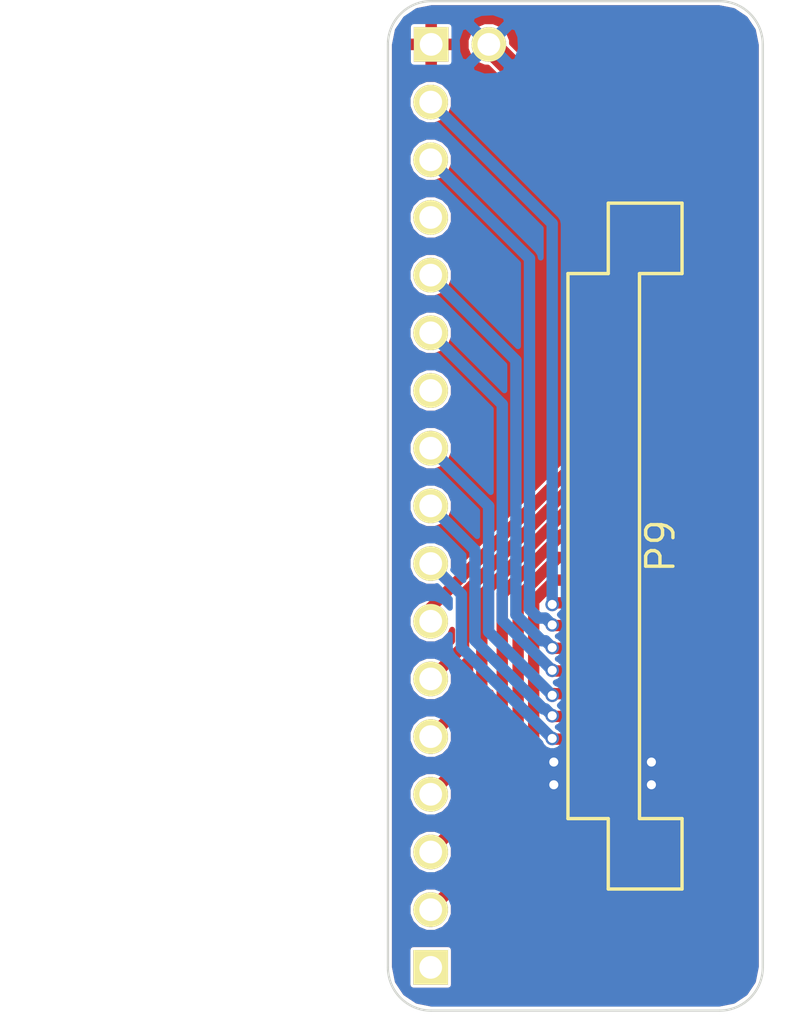
<source format=kicad_pcb>
(kicad_pcb (version 4) (host pcbnew 0.201601111606+6444~40~ubuntu15.04.1-stable)

  (general
    (links 192)
    (no_connects 25)
    (area 105.819999 57.949999 157.550001 102.550001)
    (thickness 1.6)
    (drawings 9)
    (tracks 107)
    (zones 0)
    (modules 3)
    (nets 23)
  )

  (page A4)
  (layers
    (0 F.Cu signal)
    (1 Gnd.Cu power)
    (2 Pow.Cu power)
    (31 B.Cu signal)
    (32 B.Adhes user)
    (33 F.Adhes user)
    (34 B.Paste user)
    (35 F.Paste user)
    (36 B.SilkS user)
    (37 F.SilkS user)
    (38 B.Mask user)
    (39 F.Mask user)
    (40 Dwgs.User user)
    (41 Cmts.User user)
    (42 Eco1.User user)
    (43 Eco2.User user)
    (44 Edge.Cuts user)
    (45 Margin user)
    (46 B.CrtYd user)
    (47 F.CrtYd user)
    (48 B.Fab user hide)
    (49 F.Fab user hide)
  )

  (setup
    (last_trace_width 0.5)
    (user_trace_width 0.127)
    (user_trace_width 0.15)
    (user_trace_width 0.2)
    (user_trace_width 0.25)
    (user_trace_width 0.3)
    (user_trace_width 0.35)
    (user_trace_width 0.5)
    (user_trace_width 1)
    (trace_clearance 0.1)
    (zone_clearance 0.127)
    (zone_45_only no)
    (trace_min 0.127)
    (segment_width 0.15)
    (edge_width 0.1)
    (via_size 0.6)
    (via_drill 0.4)
    (via_min_size 0.4572)
    (via_min_drill 0.254)
    (user_via 0.4572 0.254)
    (uvia_size 0.3)
    (uvia_drill 0.1)
    (uvias_allowed no)
    (uvia_min_size 0)
    (uvia_min_drill 0)
    (pcb_text_width 0.3)
    (pcb_text_size 1.5 1.5)
    (mod_edge_width 0.15)
    (mod_text_size 1 1)
    (mod_text_width 0.15)
    (pad_size 1.5 1.5)
    (pad_drill 0.6)
    (pad_to_mask_clearance 0.05)
    (aux_axis_origin 0 0)
    (grid_origin 142.17 59.74)
    (visible_elements 7FFFFFFF)
    (pcbplotparams
      (layerselection 0x030f0_80000007)
      (usegerberextensions true)
      (usegerberattributes true)
      (excludeedgelayer true)
      (linewidth 0.100000)
      (plotframeref false)
      (viasonmask false)
      (mode 1)
      (useauxorigin false)
      (hpglpennumber 1)
      (hpglpenspeed 20)
      (hpglpendiameter 15)
      (hpglpenoverlay 2)
      (psnegative false)
      (psa4output false)
      (plotreference true)
      (plotvalue true)
      (plotinvisibletext false)
      (padsonsilk false)
      (subtractmaskfromsilk true)
      (outputformat 1)
      (mirror false)
      (drillshape 0)
      (scaleselection 1)
      (outputdirectory gerbers/gerber-v0.4/))
  )

  (net 0 "")
  (net 1 GND)
  (net 2 VDD)
  (net 3 /D1)
  (net 4 /D16)
  (net 5 /D15)
  (net 6 /D14)
  (net 7 /D13)
  (net 8 /D12)
  (net 9 /D11)
  (net 10 /D10)
  (net 11 /D9)
  (net 12 /D8)
  (net 13 /D7)
  (net 14 /D6)
  (net 15 /D5)
  (net 16 /D4)
  (net 17 /D3)
  (net 18 /D2)
  (net 19 "Net-(P9-Pad21)")
  (net 20 "Net-(P9-Pad22)")
  (net 21 "Net-(P9-Pad23)")
  (net 22 "Net-(P9-Pad24)")

  (net_class Default "This is the default net class."
    (clearance 0.1)
    (trace_width 0.25)
    (via_dia 0.6)
    (via_drill 0.4)
    (uvia_dia 0.3)
    (uvia_drill 0.1)
    (add_net /A1)
    (add_net /A10)
    (add_net /A11)
    (add_net /A12)
    (add_net /A13)
    (add_net /A14)
    (add_net /A15)
    (add_net /A16)
    (add_net /A2)
    (add_net /A3)
    (add_net /A4)
    (add_net /A5)
    (add_net /A6)
    (add_net /A7)
    (add_net /A8)
    (add_net /A9)
    (add_net /BOOT0)
    (add_net /D1)
    (add_net /D10)
    (add_net /D11)
    (add_net /D12)
    (add_net /D13)
    (add_net /D14)
    (add_net /D15)
    (add_net /D16)
    (add_net /D2)
    (add_net /D3)
    (add_net /D4)
    (add_net /D5)
    (add_net /D6)
    (add_net /D7)
    (add_net /D8)
    (add_net /D9)
    (add_net /FB)
    (add_net /JTCK/SWCLK)
    (add_net /JTDI)
    (add_net /JTDO/SWO)
    (add_net /JTMS/SWDIO)
    (add_net /OSC_IN)
    (add_net /OSC_OUT)
    (add_net /OTG_5V)
    (add_net /OTG_FS_D+)
    (add_net /OTG_FS_D-)
    (add_net /OTG_FS_ID)
    (add_net /RTC)
    (add_net /RTC_OSC_IN)
    (add_net /RTC_OSC_OUT)
    (add_net /SDMMC_CK)
    (add_net /SDMMC_CMD)
    (add_net /SDMMC_D0)
    (add_net /SDMMC_D1)
    (add_net /SDMMC_D2)
    (add_net /SDMMC_D3)
    (add_net /SW)
    (add_net /VBAT)
    (add_net /VDDA)
    (add_net /VDDSD)
    (add_net /~RST)
    (add_net GND)
    (add_net "Net-(C14-Pad2)")
    (add_net "Net-(D1-Pad1)")
    (add_net "Net-(D3-Pad1)")
    (add_net "Net-(L4-Pad2)")
    (add_net "Net-(P6-Pad7)")
    (add_net "Net-(P9-Pad21)")
    (add_net "Net-(P9-Pad22)")
    (add_net "Net-(P9-Pad23)")
    (add_net "Net-(P9-Pad24)")
    (add_net "Net-(R4-Pad1)")
    (add_net "Net-(R6-Pad1)")
    (add_net "Net-(SW1-Pad2)")
    (add_net "Net-(SW2-Pad5)")
    (add_net "Net-(U2-Pad6)")
    (add_net "Net-(U3-Pad4)")
    (add_net VDD)
  )

  (module engstad:pin-strip-16 (layer F.Cu) (tedit 564F0206) (tstamp 5694E675)
    (at 142.149581 81.33 90)
    (descr "Pin strip 16pin")
    (tags "CONN DEV")
    (path /5682CE6F)
    (fp_text reference P10 (at 0 -2.159 90) (layer F.SilkS) hide
      (effects (font (size 1.016 1.016) (thickness 0.2032)))
    )
    (fp_text value Digital (at 0.254 -3.556 90) (layer F.SilkS) hide
      (effects (font (size 1.016 0.889) (thickness 0.2032)))
    )
    (pad 1 thru_hole rect (at -19.05 0 90) (size 1.524 1.524) (drill 1.00076) (layers *.Cu *.Mask F.SilkS)
      (net 3 /D1))
    (pad 2 thru_hole circle (at -16.51 0 90) (size 1.524 1.524) (drill 1.00076) (layers *.Cu *.Mask F.SilkS)
      (net 18 /D2))
    (pad 3 thru_hole circle (at -13.97 0 90) (size 1.524 1.524) (drill 1.00076) (layers *.Cu *.Mask F.SilkS)
      (net 17 /D3))
    (pad 4 thru_hole circle (at -11.43 0 90) (size 1.524 1.524) (drill 1.00076) (layers *.Cu *.Mask F.SilkS)
      (net 16 /D4))
    (pad 5 thru_hole circle (at -8.89 0 90) (size 1.524 1.524) (drill 1.00076) (layers *.Cu *.Mask F.SilkS)
      (net 15 /D5))
    (pad 6 thru_hole circle (at -6.35 0 90) (size 1.524 1.524) (drill 1.00076) (layers *.Cu *.Mask F.SilkS)
      (net 14 /D6))
    (pad 7 thru_hole circle (at -3.81 0 90) (size 1.524 1.524) (drill 1.00076) (layers *.Cu *.Mask F.SilkS)
      (net 13 /D7))
    (pad 8 thru_hole circle (at -1.27 0 90) (size 1.524 1.524) (drill 1.00076) (layers *.Cu *.Mask F.SilkS)
      (net 12 /D8))
    (pad 9 thru_hole circle (at 1.27 0 90) (size 1.524 1.524) (drill 1.00076) (layers *.Cu *.Mask F.SilkS)
      (net 11 /D9))
    (pad 10 thru_hole circle (at 3.81 0 90) (size 1.524 1.524) (drill 1.00076) (layers *.Cu *.Mask F.SilkS)
      (net 10 /D10))
    (pad 11 thru_hole circle (at 6.35 0 90) (size 1.524 1.524) (drill 1.00076) (layers *.Cu *.Mask F.SilkS)
      (net 9 /D11))
    (pad 12 thru_hole circle (at 8.89 0 90) (size 1.524 1.524) (drill 1.00076) (layers *.Cu *.Mask F.SilkS)
      (net 8 /D12))
    (pad 13 thru_hole circle (at 11.43 0 90) (size 1.524 1.524) (drill 1.00076) (layers *.Cu *.Mask F.SilkS)
      (net 7 /D13))
    (pad 14 thru_hole circle (at 13.97 0 90) (size 1.524 1.524) (drill 1.00076) (layers *.Cu *.Mask F.SilkS)
      (net 6 /D14))
    (pad 15 thru_hole circle (at 16.51 0 90) (size 1.524 1.524) (drill 1.00076) (layers *.Cu *.Mask F.SilkS)
      (net 5 /D15))
    (pad 16 thru_hole circle (at 19.05 0 90) (size 1.524 1.524) (drill 1.00076) (layers *.Cu *.Mask F.SilkS)
      (net 4 /D16))
    (model ${KIWALTER3DMOD}/walter/pin_strip/pin_strip_16.wrl
      (at (xyz 0 0 0))
      (scale (xyz 1 1 1))
      (rotate (xyz 0 0 0))
    )
  )

  (module engstad:fpc-24-1.0mm (layer F.Cu) (tedit 0) (tstamp 5694F01F)
    (at 149.769581 81.83 90)
    (path /5682957A)
    (fp_text reference P9 (at 0 2.5 90) (layer F.SilkS)
      (effects (font (size 1.2 1.2) (thickness 0.15)))
    )
    (fp_text value CONN_01X24 (at 0 3.85 90) (layer F.Fab)
      (effects (font (size 1.2 1.2) (thickness 0.15)))
    )
    (fp_line (start -12 -1.575) (end 12 -1.575) (layer F.SilkS) (width 0.15))
    (fp_line (start -12 1.575) (end 12 1.575) (layer F.SilkS) (width 0.15))
    (fp_line (start -12 1.575) (end -12 3.45) (layer F.SilkS) (width 0.15))
    (fp_line (start 12 1.575) (end 12 3.45) (layer F.SilkS) (width 0.15))
    (fp_line (start -12 3.45) (end -15.1 3.45) (layer F.SilkS) (width 0.15))
    (fp_line (start 12 3.45) (end 15.1 3.45) (layer F.SilkS) (width 0.15))
    (fp_line (start -15.1 3.45) (end -15.1 0.2) (layer F.SilkS) (width 0.15))
    (fp_line (start 15.1 3.45) (end 15.1 0.2) (layer F.SilkS) (width 0.15))
    (fp_line (start -15.1 0.2) (end -12 0.2) (layer F.SilkS) (width 0.15))
    (fp_line (start 15.1 0.2) (end 12 0.2) (layer F.SilkS) (width 0.15))
    (fp_line (start -12 0.2) (end -12 -1.575) (layer F.SilkS) (width 0.15))
    (fp_line (start 12 0.2) (end 12 -1.575) (layer F.SilkS) (width 0.15))
    (pad 1 smd rect (at -11.5 0 90) (size 0.7 2.7) (layers F.Cu F.Paste F.Mask)
      (net 1 GND))
    (pad 2 smd rect (at -10.5 0 90) (size 0.7 2.7) (layers F.Cu F.Paste F.Mask)
      (net 2 VDD))
    (pad 3 smd rect (at -9.5 0 90) (size 0.7 2.7) (layers F.Cu F.Paste F.Mask)
      (net 2 VDD))
    (pad 4 smd rect (at -8.5 0 90) (size 0.7 2.7) (layers F.Cu F.Paste F.Mask)
      (net 12 /D8))
    (pad 5 smd rect (at -7.5 0 90) (size 0.7 2.7) (layers F.Cu F.Paste F.Mask)
      (net 11 /D9))
    (pad 6 smd rect (at -6.5 0 90) (size 0.7 2.7) (layers F.Cu F.Paste F.Mask)
      (net 10 /D10))
    (pad 7 smd rect (at -5.5 0 90) (size 0.7 2.7) (layers F.Cu F.Paste F.Mask)
      (net 8 /D12))
    (pad 8 smd rect (at -4.5 0 90) (size 0.7 2.7) (layers F.Cu F.Paste F.Mask)
      (net 7 /D13))
    (pad 9 smd rect (at -3.5 0 90) (size 0.7 2.7) (layers F.Cu F.Paste F.Mask)
      (net 5 /D15))
    (pad 10 smd rect (at -2.5 0 90) (size 0.7 2.7) (layers F.Cu F.Paste F.Mask)
      (net 4 /D16))
    (pad 11 smd rect (at -1.5 0 90) (size 0.7 2.7) (layers F.Cu F.Paste F.Mask)
      (net 18 /D2))
    (pad 12 smd rect (at -0.5 0 90) (size 0.7 2.7) (layers F.Cu F.Paste F.Mask)
      (net 17 /D3))
    (pad 13 smd rect (at 0.5 0 90) (size 0.7 2.7) (layers F.Cu F.Paste F.Mask)
      (net 16 /D4))
    (pad 14 smd rect (at 1.5 0 90) (size 0.7 2.7) (layers F.Cu F.Paste F.Mask)
      (net 15 /D5))
    (pad 15 smd rect (at 2.5 0 90) (size 0.7 2.7) (layers F.Cu F.Paste F.Mask)
      (net 14 /D6))
    (pad 16 smd rect (at 3.5 0 90) (size 0.7 2.7) (layers F.Cu F.Paste F.Mask)
      (net 13 /D7))
    (pad 17 smd rect (at 4.5 0 90) (size 0.7 2.7) (layers F.Cu F.Paste F.Mask)
      (net 2 VDD))
    (pad 18 smd rect (at 5.5 0 90) (size 0.7 2.7) (layers F.Cu F.Paste F.Mask)
      (net 1 GND))
    (pad 19 smd rect (at 6.5 0 90) (size 0.7 2.7) (layers F.Cu F.Paste F.Mask)
      (net 1 GND))
    (pad 20 smd rect (at 7.5 0 90) (size 0.7 2.7) (layers F.Cu F.Paste F.Mask)
      (net 1 GND))
    (pad 21 smd rect (at 8.5 0 90) (size 0.7 2.7) (layers F.Cu F.Paste F.Mask)
      (net 19 "Net-(P9-Pad21)"))
    (pad 22 smd rect (at 9.5 0 90) (size 0.7 2.7) (layers F.Cu F.Paste F.Mask)
      (net 20 "Net-(P9-Pad22)"))
    (pad 23 smd rect (at 10.5 0 90) (size 0.7 2.7) (layers F.Cu F.Paste F.Mask)
      (net 21 "Net-(P9-Pad23)"))
    (pad 24 smd rect (at 11.5 0 90) (size 0.7 2.7) (layers F.Cu F.Paste F.Mask)
      (net 22 "Net-(P9-Pad24)"))
    (pad 0 smd rect (at -13.6 1.9 90) (size 2.1 2.8) (layers F.Cu F.Paste F.Mask))
    (pad 0 smd rect (at 13.6 1.9 90) (size 2.1 2.8) (layers F.Cu F.Paste F.Mask))
  )

  (module engstad:pin-socket-2 (layer F.Cu) (tedit 564EFFAD) (tstamp 5694F183)
    (at 143.44 59.74)
    (descr "Pin socket 2pin")
    (tags "CONN DEV")
    (path /5694F571)
    (fp_text reference P11 (at 0 -2.159) (layer F.SilkS) hide
      (effects (font (size 1.016 1.016) (thickness 0.2032)))
    )
    (fp_text value BATT (at 0.254 -3.556) (layer F.SilkS) hide
      (effects (font (size 1.016 0.889) (thickness 0.2032)))
    )
    (pad 1 thru_hole rect (at -1.27 0) (size 1.524 1.524) (drill 1.00076) (layers *.Cu *.Mask F.SilkS)
      (net 1 GND))
    (pad 2 thru_hole circle (at 1.27 0) (size 1.524 1.524) (drill 1.00076) (layers *.Cu *.Mask F.SilkS)
      (net 2 VDD))
    (model ${KIWALTER3DMOD}/walter/pin_strip/pin_socket_2.wrl
      (at (xyz 0 0 0))
      (scale (xyz 1 1 1))
      (rotate (xyz 0 0 0))
    )
  )

  (gr_arc (start 142.17 100.38) (end 142.17 102.285) (angle 90) (layer Edge.Cuts) (width 0.1))
  (gr_arc (start 154.87 100.38) (end 156.775 100.38) (angle 90) (layer Edge.Cuts) (width 0.1))
  (gr_arc (start 154.87 59.74) (end 154.87 57.835) (angle 90) (layer Edge.Cuts) (width 0.1))
  (gr_arc (start 142.17 59.74) (end 140.265 59.74) (angle 90) (layer Edge.Cuts) (width 0.1))
  (gr_line (start 140.265 100.38) (end 140.265 59.74) (layer Edge.Cuts) (width 0.1))
  (gr_line (start 154.87 102.285) (end 142.17 102.285) (layer Edge.Cuts) (width 0.1))
  (gr_line (start 156.775 59.74) (end 156.775 100.38) (layer Edge.Cuts) (width 0.1))
  (gr_line (start 142.17 57.835) (end 154.87 57.835) (layer Edge.Cuts) (width 0.1))
  (dimension 43.18 (width 0.3) (layer Eco1.User)
    (gr_text "43.180 mm" (at 132.166165 80.06 90) (layer Eco1.User)
      (effects (font (size 1.5 1.5) (thickness 0.3)))
    )
    (feature1 (pts (xy 127.46 58.47) (xy 133.516165 58.47)))
    (feature2 (pts (xy 127.46 101.65) (xy 133.516165 101.65)))
    (crossbar (pts (xy 130.816165 101.65) (xy 130.816165 58.47)))
    (arrow1a (pts (xy 130.816165 58.47) (xy 131.402586 59.596504)))
    (arrow1b (pts (xy 130.816165 58.47) (xy 130.229744 59.596504)))
    (arrow2a (pts (xy 130.816165 101.65) (xy 131.402586 100.523496)))
    (arrow2b (pts (xy 130.816165 101.65) (xy 130.229744 100.523496)))
  )

  (segment (start 140 105) (end 140 60) (width 0.25) (layer Dwgs.User) (net 0))
  (segment (start 155 105) (end 140 105) (width 0.25) (layer Dwgs.User) (net 0))
  (segment (start 155 60) (end 155 105) (width 0.25) (layer Dwgs.User) (net 0))
  (segment (start 140 60) (end 155 60) (width 0.25) (layer Dwgs.User) (net 0))
  (segment (start 149.769581 92.33) (end 147.58 92.33) (width 0.5) (layer F.Cu) (net 2))
  (segment (start 147.58 92.33) (end 147.57 92.34) (width 0.5) (layer F.Cu) (net 2))
  (via (at 147.57 92.34) (size 0.6) (drill 0.4) (layers F.Cu B.Cu) (net 2))
  (segment (start 149.769581 91.33) (end 147.58 91.33) (width 0.5) (layer F.Cu) (net 2))
  (segment (start 147.58 91.33) (end 147.57 91.34) (width 0.5) (layer F.Cu) (net 2))
  (via (at 147.57 91.34) (size 0.6) (drill 0.4) (layers F.Cu B.Cu) (net 2))
  (segment (start 151.859988 92.33) (end 151.869988 92.34) (width 0.5) (layer F.Cu) (net 2))
  (segment (start 149.769581 92.33) (end 151.859988 92.33) (width 0.5) (layer F.Cu) (net 2))
  (via (at 151.869988 92.34) (size 0.6) (drill 0.4) (layers F.Cu B.Cu) (net 2))
  (segment (start 151.860002 91.33) (end 151.870002 91.34) (width 0.5) (layer F.Cu) (net 2))
  (segment (start 149.769581 91.33) (end 151.860002 91.33) (width 0.5) (layer F.Cu) (net 2))
  (via (at 151.870002 91.34) (size 0.6) (drill 0.4) (layers F.Cu B.Cu) (net 2))
  (segment (start 151.619581 77.33) (end 151.619581 77.260002) (width 1) (layer F.Cu) (net 2))
  (segment (start 151.619581 77.260002) (end 152.9 75.979583) (width 1) (layer F.Cu) (net 2))
  (segment (start 152.9 75.979583) (end 152.9 71.3) (width 1) (layer F.Cu) (net 2))
  (segment (start 152.9 71.3) (end 154.94 69.26) (width 1) (layer F.Cu) (net 2))
  (segment (start 154.94 69.26) (end 154.94 66.04) (width 1) (layer F.Cu) (net 2))
  (segment (start 154.94 66.04) (end 153.2 64.3) (width 1) (layer F.Cu) (net 2))
  (segment (start 153.2 64.3) (end 149.27 64.3) (width 1) (layer F.Cu) (net 2))
  (segment (start 149.27 64.3) (end 144.71 59.74) (width 1) (layer F.Cu) (net 2))
  (segment (start 150.769581 92.33) (end 149.769581 92.33) (width 0.5) (layer F.Cu) (net 2))
  (segment (start 149.769581 92.33) (end 150.875 92.33) (width 0.5) (layer F.Cu) (net 2))
  (segment (start 149.769581 77.33) (end 151.619581 77.33) (width 0.5) (layer F.Cu) (net 2))
  (segment (start 147.5 84.4) (end 147.5 67.630419) (width 0.5) (layer B.Cu) (net 4))
  (segment (start 147.5 67.630419) (end 142.149581 62.28) (width 0.5) (layer B.Cu) (net 4))
  (segment (start 149.769581 84.33) (end 147.57 84.33) (width 0.5) (layer F.Cu) (net 4))
  (segment (start 147.57 84.33) (end 147.5 84.4) (width 0.5) (layer F.Cu) (net 4))
  (via (at 147.5 84.4) (size 0.6) (drill 0.4) (layers F.Cu B.Cu) (net 4))
  (segment (start 147.5 85.3) (end 147.200001 85.000001) (width 0.5) (layer B.Cu) (net 5))
  (segment (start 147.200001 85.000001) (end 146.897087 85.000001) (width 0.5) (layer B.Cu) (net 5))
  (segment (start 146.897087 85.000001) (end 146.500055 84.602969) (width 0.5) (layer B.Cu) (net 5))
  (segment (start 146.500055 84.602969) (end 146.500055 69.170474) (width 0.5) (layer B.Cu) (net 5))
  (segment (start 146.500055 69.170474) (end 142.91158 65.581999) (width 0.5) (layer B.Cu) (net 5))
  (segment (start 142.91158 65.581999) (end 142.149581 64.82) (width 0.5) (layer B.Cu) (net 5))
  (segment (start 149.769581 85.33) (end 147.53 85.33) (width 0.5) (layer F.Cu) (net 5))
  (segment (start 147.53 85.33) (end 147.5 85.3) (width 0.5) (layer F.Cu) (net 5))
  (via (at 147.5 85.3) (size 0.6) (drill 0.4) (layers F.Cu B.Cu) (net 5))
  (segment (start 147.5 86.3) (end 147.200001 86.000001) (width 0.5) (layer B.Cu) (net 7))
  (segment (start 145.900044 73.650463) (end 142.91158 70.661999) (width 0.5) (layer B.Cu) (net 7))
  (segment (start 147.200001 86.000001) (end 147.048543 86.000001) (width 0.5) (layer B.Cu) (net 7))
  (segment (start 147.048543 86.000001) (end 145.900044 84.851502) (width 0.5) (layer B.Cu) (net 7))
  (segment (start 145.900044 84.851502) (end 145.900044 73.650463) (width 0.5) (layer B.Cu) (net 7))
  (segment (start 142.91158 70.661999) (end 142.149581 69.9) (width 0.5) (layer B.Cu) (net 7))
  (segment (start 149.769581 86.33) (end 147.53 86.33) (width 0.5) (layer F.Cu) (net 7))
  (segment (start 147.53 86.33) (end 147.5 86.3) (width 0.5) (layer F.Cu) (net 7))
  (via (at 147.5 86.3) (size 0.6) (drill 0.4) (layers F.Cu B.Cu) (net 7))
  (segment (start 147.5 87.3) (end 145.300033 85.100033) (width 0.5) (layer B.Cu) (net 8))
  (segment (start 145.300033 85.100033) (end 145.300033 75.590452) (width 0.5) (layer B.Cu) (net 8))
  (segment (start 145.300033 75.590452) (end 142.91158 73.201999) (width 0.5) (layer B.Cu) (net 8))
  (segment (start 142.91158 73.201999) (end 142.149581 72.44) (width 0.5) (layer B.Cu) (net 8))
  (segment (start 149.769581 87.33) (end 147.53 87.33) (width 0.5) (layer F.Cu) (net 8))
  (segment (start 147.53 87.33) (end 147.5 87.3) (width 0.5) (layer F.Cu) (net 8))
  (via (at 147.5 87.3) (size 0.6) (drill 0.4) (layers F.Cu B.Cu) (net 8))
  (segment (start 147.5 88.4) (end 144.700022 85.600022) (width 0.5) (layer B.Cu) (net 10))
  (segment (start 144.700022 80.070441) (end 142.91158 78.281999) (width 0.5) (layer B.Cu) (net 10))
  (segment (start 144.700022 85.600022) (end 144.700022 80.070441) (width 0.5) (layer B.Cu) (net 10))
  (segment (start 142.91158 78.281999) (end 142.149581 77.52) (width 0.5) (layer B.Cu) (net 10))
  (segment (start 149.769581 88.33) (end 147.57 88.33) (width 0.5) (layer F.Cu) (net 10))
  (segment (start 147.57 88.33) (end 147.5 88.4) (width 0.5) (layer F.Cu) (net 10))
  (via (at 147.5 88.4) (size 0.6) (drill 0.4) (layers F.Cu B.Cu) (net 10))
  (segment (start 147.5 89.3) (end 147.200001 89.000001) (width 0.5) (layer B.Cu) (net 11))
  (segment (start 147.200001 89.000001) (end 147.113225 89.000001) (width 0.5) (layer B.Cu) (net 11))
  (segment (start 142.91158 80.821999) (end 142.149581 80.06) (width 0.5) (layer B.Cu) (net 11))
  (segment (start 147.113225 89.000001) (end 144.100011 85.986787) (width 0.5) (layer B.Cu) (net 11))
  (segment (start 144.100011 85.986787) (end 144.100011 82.01043) (width 0.5) (layer B.Cu) (net 11))
  (segment (start 144.100011 82.01043) (end 142.91158 80.821999) (width 0.5) (layer B.Cu) (net 11))
  (segment (start 149.769581 89.33) (end 147.53 89.33) (width 0.5) (layer F.Cu) (net 11))
  (segment (start 147.53 89.33) (end 147.5 89.3) (width 0.5) (layer F.Cu) (net 11))
  (via (at 147.5 89.3) (size 0.6) (drill 0.4) (layers F.Cu B.Cu) (net 11))
  (segment (start 143.5 86.3) (end 143.5 83.950419) (width 0.5) (layer B.Cu) (net 12))
  (segment (start 143.5 83.950419) (end 142.149581 82.6) (width 0.5) (layer B.Cu) (net 12))
  (segment (start 147.5 90.3) (end 143.5 86.3) (width 0.5) (layer B.Cu) (net 12))
  (segment (start 149.769581 90.33) (end 147.53 90.33) (width 0.5) (layer F.Cu) (net 12))
  (segment (start 147.53 90.33) (end 147.5 90.3) (width 0.5) (layer F.Cu) (net 12))
  (via (at 147.5 90.3) (size 0.6) (drill 0.4) (layers F.Cu B.Cu) (net 12))
  (segment (start 142.149581 84.5457) (end 142.149581 85.14) (width 0.5) (layer F.Cu) (net 13))
  (segment (start 148.365281 78.33) (end 142.149581 84.5457) (width 0.5) (layer F.Cu) (net 13))
  (segment (start 149.769581 78.33) (end 148.365281 78.33) (width 0.5) (layer F.Cu) (net 13))
  (segment (start 149.769581 79.33) (end 148.213824 79.33) (width 0.5) (layer F.Cu) (net 14))
  (segment (start 148.213824 79.33) (end 143.6 83.943824) (width 0.5) (layer F.Cu) (net 14))
  (segment (start 143.6 83.943824) (end 143.6 86.229581) (width 0.5) (layer F.Cu) (net 14))
  (segment (start 143.6 86.229581) (end 142.91158 86.918001) (width 0.5) (layer F.Cu) (net 14))
  (segment (start 142.91158 86.918001) (end 142.149581 87.68) (width 0.5) (layer F.Cu) (net 14))
  (segment (start 149.769581 80.33) (end 148.062367 80.33) (width 0.5) (layer F.Cu) (net 15))
  (segment (start 148.062367 80.33) (end 144.4 83.992367) (width 0.5) (layer F.Cu) (net 15))
  (segment (start 144.4 83.992367) (end 144.4 87.969581) (width 0.5) (layer F.Cu) (net 15))
  (segment (start 142.91158 89.458001) (end 142.149581 90.22) (width 0.5) (layer F.Cu) (net 15))
  (segment (start 144.4 87.969581) (end 142.91158 89.458001) (width 0.5) (layer F.Cu) (net 15))
  (segment (start 149.769581 81.33) (end 147.91091 81.33) (width 0.5) (layer F.Cu) (net 16))
  (segment (start 147.91091 81.33) (end 145.3 83.94091) (width 0.5) (layer F.Cu) (net 16))
  (segment (start 145.3 83.94091) (end 145.3 89.609581) (width 0.5) (layer F.Cu) (net 16))
  (segment (start 145.3 89.609581) (end 142.91158 91.998001) (width 0.5) (layer F.Cu) (net 16))
  (segment (start 142.91158 91.998001) (end 142.149581 92.76) (width 0.5) (layer F.Cu) (net 16))
  (segment (start 149.769581 82.33) (end 147.759453 82.33) (width 0.5) (layer F.Cu) (net 17))
  (segment (start 147.759453 82.33) (end 146 84.089453) (width 0.5) (layer F.Cu) (net 17))
  (segment (start 146 84.089453) (end 146 91.449581) (width 0.5) (layer F.Cu) (net 17))
  (segment (start 146 91.449581) (end 142.91158 94.538001) (width 0.5) (layer F.Cu) (net 17))
  (segment (start 142.91158 94.538001) (end 142.149581 95.3) (width 0.5) (layer F.Cu) (net 17))
  (segment (start 149.769581 83.33) (end 147.607996 83.33) (width 0.5) (layer F.Cu) (net 18))
  (segment (start 147.607996 83.33) (end 146.685 84.252996) (width 0.5) (layer F.Cu) (net 18))
  (segment (start 146.685 84.252996) (end 146.685 93.304581) (width 0.5) (layer F.Cu) (net 18))
  (segment (start 146.685 93.304581) (end 142.91158 97.078001) (width 0.5) (layer F.Cu) (net 18))
  (segment (start 142.91158 97.078001) (end 142.149581 97.84) (width 0.5) (layer F.Cu) (net 18))

  (zone (net 1) (net_name GND) (layer F.Cu) (tstamp 0) (hatch edge 0.508)
    (connect_pads (clearance 0.127))
    (min_thickness 0.254)
    (fill yes (arc_segments 16) (thermal_gap 0.508) (thermal_bridge_width 0.508))
    (polygon
      (pts
        (xy 139.7 57.785) (xy 158.115 57.785) (xy 158.115 102.87) (xy 139.7 102.87)
      )
    )
    (filled_polygon
      (pts
        (xy 155.480396 58.266371) (xy 155.997865 58.612132) (xy 156.343629 59.129604) (xy 156.471 59.769942) (xy 156.471 100.350058)
        (xy 156.343629 100.990396) (xy 155.997865 101.507868) (xy 155.480396 101.853629) (xy 154.840058 101.981) (xy 142.199942 101.981)
        (xy 141.559604 101.853629) (xy 141.042132 101.507865) (xy 140.696371 100.990396) (xy 140.569 100.350058) (xy 140.569 99.618)
        (xy 141.128605 99.618) (xy 141.128605 101.142) (xy 141.146316 101.236127) (xy 141.201945 101.322576) (xy 141.286825 101.380572)
        (xy 141.387581 101.400976) (xy 142.911581 101.400976) (xy 143.005708 101.383265) (xy 143.092157 101.327636) (xy 143.150153 101.242756)
        (xy 143.170557 101.142) (xy 143.170557 99.618) (xy 143.152846 99.523873) (xy 143.097217 99.437424) (xy 143.012337 99.379428)
        (xy 142.911581 99.359024) (xy 141.387581 99.359024) (xy 141.293454 99.376735) (xy 141.207005 99.432364) (xy 141.149009 99.517244)
        (xy 141.128605 99.618) (xy 140.569 99.618) (xy 140.569 82.801208) (xy 141.133405 82.801208) (xy 141.287756 83.174766)
        (xy 141.573312 83.460821) (xy 141.946599 83.615824) (xy 142.350789 83.616176) (xy 142.377292 83.605225) (xy 141.795546 84.186971)
        (xy 141.574815 84.278175) (xy 141.28876 84.563731) (xy 141.133757 84.937018) (xy 141.133405 85.341208) (xy 141.287756 85.714766)
        (xy 141.573312 86.000821) (xy 141.946599 86.155824) (xy 142.350789 86.156176) (xy 142.724347 86.001825) (xy 143.010402 85.716269)
        (xy 143.096 85.510127) (xy 143.096 86.020817) (xy 142.423278 86.693539) (xy 142.352563 86.664176) (xy 141.948373 86.663824)
        (xy 141.574815 86.818175) (xy 141.28876 87.103731) (xy 141.133757 87.477018) (xy 141.133405 87.881208) (xy 141.287756 88.254766)
        (xy 141.573312 88.540821) (xy 141.946599 88.695824) (xy 142.350789 88.696176) (xy 142.724347 88.541825) (xy 143.010402 88.256269)
        (xy 143.165405 87.882982) (xy 143.165757 87.478792) (xy 143.135874 87.406471) (xy 143.896 86.646345) (xy 143.896 87.760817)
        (xy 142.423278 89.233539) (xy 142.352563 89.204176) (xy 141.948373 89.203824) (xy 141.574815 89.358175) (xy 141.28876 89.643731)
        (xy 141.133757 90.017018) (xy 141.133405 90.421208) (xy 141.287756 90.794766) (xy 141.573312 91.080821) (xy 141.946599 91.235824)
        (xy 142.350789 91.236176) (xy 142.724347 91.081825) (xy 143.010402 90.796269) (xy 143.165405 90.422982) (xy 143.165757 90.018792)
        (xy 143.135874 89.946471) (xy 144.756382 88.325963) (xy 144.796 88.26667) (xy 144.796 89.400817) (xy 142.423278 91.773539)
        (xy 142.352563 91.744176) (xy 141.948373 91.743824) (xy 141.574815 91.898175) (xy 141.28876 92.183731) (xy 141.133757 92.557018)
        (xy 141.133405 92.961208) (xy 141.287756 93.334766) (xy 141.573312 93.620821) (xy 141.946599 93.775824) (xy 142.350789 93.776176)
        (xy 142.724347 93.621825) (xy 143.010402 93.336269) (xy 143.165405 92.962982) (xy 143.165757 92.558792) (xy 143.135874 92.486471)
        (xy 145.496 90.126345) (xy 145.496 91.240818) (xy 142.555198 94.181619) (xy 142.423278 94.313539) (xy 142.352563 94.284176)
        (xy 141.948373 94.283824) (xy 141.574815 94.438175) (xy 141.28876 94.723731) (xy 141.133757 95.097018) (xy 141.133405 95.501208)
        (xy 141.287756 95.874766) (xy 141.573312 96.160821) (xy 141.946599 96.315824) (xy 142.350789 96.316176) (xy 142.724347 96.161825)
        (xy 143.010402 95.876269) (xy 143.165405 95.502982) (xy 143.165757 95.098792) (xy 143.135874 95.026471) (xy 143.267962 94.894383)
        (xy 146.181 91.981344) (xy 146.181 93.095817) (xy 142.423278 96.853539) (xy 142.352563 96.824176) (xy 141.948373 96.823824)
        (xy 141.574815 96.978175) (xy 141.28876 97.263731) (xy 141.133757 97.637018) (xy 141.133405 98.041208) (xy 141.287756 98.414766)
        (xy 141.573312 98.700821) (xy 141.946599 98.855824) (xy 142.350789 98.856176) (xy 142.724347 98.701825) (xy 143.010402 98.416269)
        (xy 143.165405 98.042982) (xy 143.165757 97.638792) (xy 143.135874 97.566471) (xy 147.041382 93.660963) (xy 147.071592 93.61575)
        (xy 147.784581 93.61575) (xy 147.784581 93.806309) (xy 147.881254 94.039698) (xy 148.059882 94.218327) (xy 148.293271 94.315)
        (xy 149.483831 94.315) (xy 149.642581 94.15625) (xy 149.642581 93.457) (xy 149.896581 93.457) (xy 149.896581 94.15625)
        (xy 150.029083 94.288752) (xy 150.010605 94.38) (xy 150.010605 96.48) (xy 150.028316 96.574127) (xy 150.083945 96.660576)
        (xy 150.168825 96.718572) (xy 150.269581 96.738976) (xy 153.069581 96.738976) (xy 153.163708 96.721265) (xy 153.250157 96.665636)
        (xy 153.308153 96.580756) (xy 153.328557 96.48) (xy 153.328557 94.38) (xy 153.310846 94.285873) (xy 153.255217 94.199424)
        (xy 153.170337 94.141428) (xy 153.069581 94.121024) (xy 151.576582 94.121024) (xy 151.657908 94.039698) (xy 151.754581 93.806309)
        (xy 151.754581 93.61575) (xy 151.595831 93.457) (xy 149.896581 93.457) (xy 149.642581 93.457) (xy 147.943331 93.457)
        (xy 147.784581 93.61575) (xy 147.071592 93.61575) (xy 147.150635 93.497453) (xy 147.189 93.304581) (xy 147.189 92.742494)
        (xy 147.255774 92.809385) (xy 147.459319 92.893904) (xy 147.679714 92.894096) (xy 147.786043 92.850162) (xy 147.784581 92.853691)
        (xy 147.784581 93.04425) (xy 147.943331 93.203) (xy 149.642581 93.203) (xy 149.642581 93.183) (xy 149.896581 93.183)
        (xy 149.896581 93.203) (xy 151.595831 93.203) (xy 151.754581 93.04425) (xy 151.754581 92.891942) (xy 151.759307 92.893904)
        (xy 151.979702 92.894096) (xy 152.183394 92.809933) (xy 152.339373 92.654226) (xy 152.423892 92.450681) (xy 152.424084 92.230286)
        (xy 152.339921 92.026594) (xy 152.184214 91.870615) (xy 152.110562 91.840032) (xy 152.183408 91.809933) (xy 152.339387 91.654226)
        (xy 152.423906 91.450681) (xy 152.424098 91.230286) (xy 152.339935 91.026594) (xy 152.184228 90.870615) (xy 151.980683 90.786096)
        (xy 151.760288 90.785904) (xy 151.663247 90.826) (xy 151.327239 90.826) (xy 151.358153 90.780756) (xy 151.378557 90.68)
        (xy 151.378557 89.98) (xy 151.360846 89.885873) (xy 151.324705 89.829709) (xy 151.358153 89.780756) (xy 151.378557 89.68)
        (xy 151.378557 88.98) (xy 151.360846 88.885873) (xy 151.324705 88.829709) (xy 151.358153 88.780756) (xy 151.378557 88.68)
        (xy 151.378557 87.98) (xy 151.360846 87.885873) (xy 151.324705 87.829709) (xy 151.358153 87.780756) (xy 151.378557 87.68)
        (xy 151.378557 86.98) (xy 151.360846 86.885873) (xy 151.324705 86.829709) (xy 151.358153 86.780756) (xy 151.378557 86.68)
        (xy 151.378557 85.98) (xy 151.360846 85.885873) (xy 151.324705 85.829709) (xy 151.358153 85.780756) (xy 151.378557 85.68)
        (xy 151.378557 84.98) (xy 151.360846 84.885873) (xy 151.324705 84.829709) (xy 151.358153 84.780756) (xy 151.378557 84.68)
        (xy 151.378557 83.98) (xy 151.360846 83.885873) (xy 151.324705 83.829709) (xy 151.358153 83.780756) (xy 151.378557 83.68)
        (xy 151.378557 82.98) (xy 151.360846 82.885873) (xy 151.324705 82.829709) (xy 151.358153 82.780756) (xy 151.378557 82.68)
        (xy 151.378557 81.98) (xy 151.360846 81.885873) (xy 151.324705 81.829709) (xy 151.358153 81.780756) (xy 151.378557 81.68)
        (xy 151.378557 80.98) (xy 151.360846 80.885873) (xy 151.324705 80.829709) (xy 151.358153 80.780756) (xy 151.378557 80.68)
        (xy 151.378557 79.98) (xy 151.360846 79.885873) (xy 151.324705 79.829709) (xy 151.358153 79.780756) (xy 151.378557 79.68)
        (xy 151.378557 78.98) (xy 151.360846 78.885873) (xy 151.324705 78.829709) (xy 151.358153 78.780756) (xy 151.378557 78.68)
        (xy 151.378557 78.036057) (xy 151.619581 78.084) (xy 151.908124 78.026605) (xy 152.15274 77.863159) (xy 152.29369 77.652211)
        (xy 153.433156 76.512744) (xy 153.433159 76.512742) (xy 153.596605 76.268126) (xy 153.606511 76.218327) (xy 153.654001 75.979583)
        (xy 153.654 75.979578) (xy 153.654 71.612318) (xy 155.473156 69.793161) (xy 155.473159 69.793159) (xy 155.636605 69.548543)
        (xy 155.642567 69.518572) (xy 155.694001 69.26) (xy 155.694 69.259995) (xy 155.694 66.040005) (xy 155.694001 66.04)
        (xy 155.636605 65.751457) (xy 155.589408 65.680821) (xy 155.473159 65.506841) (xy 155.473156 65.506839) (xy 153.733159 63.766841)
        (xy 153.488543 63.603395) (xy 153.2 63.545999) (xy 153.199995 63.546) (xy 149.582317 63.546) (xy 145.726045 59.689727)
        (xy 145.726176 59.538792) (xy 145.571825 59.165234) (xy 145.286269 58.879179) (xy 144.912982 58.724176) (xy 144.508792 58.723824)
        (xy 144.135234 58.878175) (xy 143.849179 59.163731) (xy 143.694176 59.537018) (xy 143.693824 59.941208) (xy 143.848175 60.314766)
        (xy 144.133731 60.600821) (xy 144.507018 60.755824) (xy 144.659639 60.755957) (xy 148.736839 64.833156) (xy 148.736841 64.833159)
        (xy 148.981457 64.996605) (xy 149.27 65.054001) (xy 149.270005 65.054) (xy 152.887682 65.054) (xy 154.186 66.352317)
        (xy 154.186 68.947683) (xy 152.366841 70.766841) (xy 152.203395 71.011457) (xy 152.145999 71.3) (xy 152.146 71.300005)
        (xy 152.146 75.667266) (xy 151.610267 76.202998) (xy 151.595833 76.202998) (xy 151.754581 76.04425) (xy 151.754581 75.853691)
        (xy 151.744768 75.83) (xy 151.754581 75.806309) (xy 151.754581 75.61575) (xy 151.595831 75.457) (xy 151.494607 75.457)
        (xy 151.47928 75.441673) (xy 151.245891 75.345) (xy 150.055331 75.345) (xy 149.943331 75.457) (xy 149.896581 75.457)
        (xy 149.896581 76.203) (xy 149.916581 76.203) (xy 149.916581 76.457) (xy 149.896581 76.457) (xy 149.896581 76.477)
        (xy 149.642581 76.477) (xy 149.642581 76.457) (xy 147.943331 76.457) (xy 147.784581 76.61575) (xy 147.784581 76.806309)
        (xy 147.881254 77.039698) (xy 148.059882 77.218327) (xy 148.160605 77.260048) (xy 148.160605 77.68) (xy 148.178316 77.774127)
        (xy 148.214457 77.830291) (xy 148.194127 77.860045) (xy 148.172408 77.864365) (xy 148.008899 77.973618) (xy 143.155371 82.827146)
        (xy 143.165405 82.802982) (xy 143.165757 82.398792) (xy 143.011406 82.025234) (xy 142.72585 81.739179) (xy 142.352563 81.584176)
        (xy 141.948373 81.583824) (xy 141.574815 81.738175) (xy 141.28876 82.023731) (xy 141.133757 82.397018) (xy 141.133405 82.801208)
        (xy 140.569 82.801208) (xy 140.569 80.261208) (xy 141.133405 80.261208) (xy 141.287756 80.634766) (xy 141.573312 80.920821)
        (xy 141.946599 81.075824) (xy 142.350789 81.076176) (xy 142.724347 80.921825) (xy 143.010402 80.636269) (xy 143.165405 80.262982)
        (xy 143.165757 79.858792) (xy 143.011406 79.485234) (xy 142.72585 79.199179) (xy 142.352563 79.044176) (xy 141.948373 79.043824)
        (xy 141.574815 79.198175) (xy 141.28876 79.483731) (xy 141.133757 79.857018) (xy 141.133405 80.261208) (xy 140.569 80.261208)
        (xy 140.569 77.721208) (xy 141.133405 77.721208) (xy 141.287756 78.094766) (xy 141.573312 78.380821) (xy 141.946599 78.535824)
        (xy 142.350789 78.536176) (xy 142.724347 78.381825) (xy 143.010402 78.096269) (xy 143.165405 77.722982) (xy 143.165757 77.318792)
        (xy 143.011406 76.945234) (xy 142.72585 76.659179) (xy 142.352563 76.504176) (xy 141.948373 76.503824) (xy 141.574815 76.658175)
        (xy 141.28876 76.943731) (xy 141.133757 77.317018) (xy 141.133405 77.721208) (xy 140.569 77.721208) (xy 140.569 75.181208)
        (xy 141.133405 75.181208) (xy 141.287756 75.554766) (xy 141.573312 75.840821) (xy 141.946599 75.995824) (xy 142.350789 75.996176)
        (xy 142.724347 75.841825) (xy 142.950817 75.61575) (xy 147.784581 75.61575) (xy 147.784581 75.806309) (xy 147.794394 75.83)
        (xy 147.784581 75.853691) (xy 147.784581 76.04425) (xy 147.943331 76.203) (xy 148.044555 76.203) (xy 148.059882 76.218327)
        (xy 148.293271 76.315) (xy 149.483831 76.315) (xy 149.595831 76.203) (xy 149.642581 76.203) (xy 149.642581 75.457)
        (xy 149.595831 75.457) (xy 149.483831 75.345) (xy 148.293271 75.345) (xy 148.059882 75.441673) (xy 148.044555 75.457)
        (xy 147.943331 75.457) (xy 147.784581 75.61575) (xy 142.950817 75.61575) (xy 143.010402 75.556269) (xy 143.165405 75.182982)
        (xy 143.165757 74.778792) (xy 143.09839 74.61575) (xy 147.784581 74.61575) (xy 147.784581 74.806309) (xy 147.794394 74.83)
        (xy 147.784581 74.853691) (xy 147.784581 75.04425) (xy 147.943331 75.203) (xy 148.044555 75.203) (xy 148.059882 75.218327)
        (xy 148.293271 75.315) (xy 149.483831 75.315) (xy 149.595831 75.203) (xy 149.642581 75.203) (xy 149.642581 74.457)
        (xy 149.896581 74.457) (xy 149.896581 75.203) (xy 149.943331 75.203) (xy 150.055331 75.315) (xy 151.245891 75.315)
        (xy 151.47928 75.218327) (xy 151.494607 75.203) (xy 151.595831 75.203) (xy 151.754581 75.04425) (xy 151.754581 74.853691)
        (xy 151.744768 74.83) (xy 151.754581 74.806309) (xy 151.754581 74.61575) (xy 151.595831 74.457) (xy 151.494607 74.457)
        (xy 151.47928 74.441673) (xy 151.245891 74.345) (xy 150.055331 74.345) (xy 149.943331 74.457) (xy 149.896581 74.457)
        (xy 149.642581 74.457) (xy 149.595831 74.457) (xy 149.483831 74.345) (xy 148.293271 74.345) (xy 148.059882 74.441673)
        (xy 148.044555 74.457) (xy 147.943331 74.457) (xy 147.784581 74.61575) (xy 143.09839 74.61575) (xy 143.011406 74.405234)
        (xy 142.72585 74.119179) (xy 142.352563 73.964176) (xy 141.948373 73.963824) (xy 141.574815 74.118175) (xy 141.28876 74.403731)
        (xy 141.133757 74.777018) (xy 141.133405 75.181208) (xy 140.569 75.181208) (xy 140.569 73.853691) (xy 147.784581 73.853691)
        (xy 147.784581 74.04425) (xy 147.943331 74.203) (xy 149.642581 74.203) (xy 149.642581 74.183) (xy 149.896581 74.183)
        (xy 149.896581 74.203) (xy 151.595831 74.203) (xy 151.754581 74.04425) (xy 151.754581 73.853691) (xy 151.657908 73.620302)
        (xy 151.47928 73.441673) (xy 151.378557 73.399952) (xy 151.378557 72.98) (xy 151.360846 72.885873) (xy 151.324705 72.829709)
        (xy 151.358153 72.780756) (xy 151.378557 72.68) (xy 151.378557 71.98) (xy 151.360846 71.885873) (xy 151.324705 71.829709)
        (xy 151.358153 71.780756) (xy 151.378557 71.68) (xy 151.378557 70.98) (xy 151.360846 70.885873) (xy 151.324705 70.829709)
        (xy 151.358153 70.780756) (xy 151.378557 70.68) (xy 151.378557 69.98) (xy 151.360846 69.885873) (xy 151.305217 69.799424)
        (xy 151.220337 69.741428) (xy 151.119581 69.721024) (xy 148.419581 69.721024) (xy 148.325454 69.738735) (xy 148.239005 69.794364)
        (xy 148.181009 69.879244) (xy 148.160605 69.98) (xy 148.160605 70.68) (xy 148.178316 70.774127) (xy 148.214457 70.830291)
        (xy 148.181009 70.879244) (xy 148.160605 70.98) (xy 148.160605 71.68) (xy 148.178316 71.774127) (xy 148.214457 71.830291)
        (xy 148.181009 71.879244) (xy 148.160605 71.98) (xy 148.160605 72.68) (xy 148.178316 72.774127) (xy 148.214457 72.830291)
        (xy 148.181009 72.879244) (xy 148.160605 72.98) (xy 148.160605 73.399952) (xy 148.059882 73.441673) (xy 147.881254 73.620302)
        (xy 147.784581 73.853691) (xy 140.569 73.853691) (xy 140.569 72.641208) (xy 141.133405 72.641208) (xy 141.287756 73.014766)
        (xy 141.573312 73.300821) (xy 141.946599 73.455824) (xy 142.350789 73.456176) (xy 142.724347 73.301825) (xy 143.010402 73.016269)
        (xy 143.165405 72.642982) (xy 143.165757 72.238792) (xy 143.011406 71.865234) (xy 142.72585 71.579179) (xy 142.352563 71.424176)
        (xy 141.948373 71.423824) (xy 141.574815 71.578175) (xy 141.28876 71.863731) (xy 141.133757 72.237018) (xy 141.133405 72.641208)
        (xy 140.569 72.641208) (xy 140.569 70.101208) (xy 141.133405 70.101208) (xy 141.287756 70.474766) (xy 141.573312 70.760821)
        (xy 141.946599 70.915824) (xy 142.350789 70.916176) (xy 142.724347 70.761825) (xy 143.010402 70.476269) (xy 143.165405 70.102982)
        (xy 143.165757 69.698792) (xy 143.011406 69.325234) (xy 142.72585 69.039179) (xy 142.352563 68.884176) (xy 141.948373 68.883824)
        (xy 141.574815 69.038175) (xy 141.28876 69.323731) (xy 141.133757 69.697018) (xy 141.133405 70.101208) (xy 140.569 70.101208)
        (xy 140.569 67.561208) (xy 141.133405 67.561208) (xy 141.287756 67.934766) (xy 141.573312 68.220821) (xy 141.946599 68.375824)
        (xy 142.350789 68.376176) (xy 142.724347 68.221825) (xy 143.010402 67.936269) (xy 143.165405 67.562982) (xy 143.165738 67.18)
        (xy 150.010605 67.18) (xy 150.010605 69.28) (xy 150.028316 69.374127) (xy 150.083945 69.460576) (xy 150.168825 69.518572)
        (xy 150.269581 69.538976) (xy 153.069581 69.538976) (xy 153.163708 69.521265) (xy 153.250157 69.465636) (xy 153.308153 69.380756)
        (xy 153.328557 69.28) (xy 153.328557 67.18) (xy 153.310846 67.085873) (xy 153.255217 66.999424) (xy 153.170337 66.941428)
        (xy 153.069581 66.921024) (xy 150.269581 66.921024) (xy 150.175454 66.938735) (xy 150.089005 66.994364) (xy 150.031009 67.079244)
        (xy 150.010605 67.18) (xy 143.165738 67.18) (xy 143.165757 67.158792) (xy 143.011406 66.785234) (xy 142.72585 66.499179)
        (xy 142.352563 66.344176) (xy 141.948373 66.343824) (xy 141.574815 66.498175) (xy 141.28876 66.783731) (xy 141.133757 67.157018)
        (xy 141.133405 67.561208) (xy 140.569 67.561208) (xy 140.569 65.021208) (xy 141.133405 65.021208) (xy 141.287756 65.394766)
        (xy 141.573312 65.680821) (xy 141.946599 65.835824) (xy 142.350789 65.836176) (xy 142.724347 65.681825) (xy 143.010402 65.396269)
        (xy 143.165405 65.022982) (xy 143.165757 64.618792) (xy 143.011406 64.245234) (xy 142.72585 63.959179) (xy 142.352563 63.804176)
        (xy 141.948373 63.803824) (xy 141.574815 63.958175) (xy 141.28876 64.243731) (xy 141.133757 64.617018) (xy 141.133405 65.021208)
        (xy 140.569 65.021208) (xy 140.569 62.481208) (xy 141.133405 62.481208) (xy 141.287756 62.854766) (xy 141.573312 63.140821)
        (xy 141.946599 63.295824) (xy 142.350789 63.296176) (xy 142.724347 63.141825) (xy 143.010402 62.856269) (xy 143.165405 62.482982)
        (xy 143.165757 62.078792) (xy 143.011406 61.705234) (xy 142.72585 61.419179) (xy 142.352563 61.264176) (xy 141.948373 61.263824)
        (xy 141.574815 61.418175) (xy 141.28876 61.703731) (xy 141.133757 62.077018) (xy 141.133405 62.481208) (xy 140.569 62.481208)
        (xy 140.569 60.02575) (xy 140.773 60.02575) (xy 140.773 60.62831) (xy 140.869673 60.861699) (xy 141.048302 61.040327)
        (xy 141.281691 61.137) (xy 141.88425 61.137) (xy 142.043 60.97825) (xy 142.043 59.867) (xy 142.297 59.867)
        (xy 142.297 60.97825) (xy 142.45575 61.137) (xy 143.058309 61.137) (xy 143.291698 61.040327) (xy 143.470327 60.861699)
        (xy 143.567 60.62831) (xy 143.567 60.02575) (xy 143.40825 59.867) (xy 142.297 59.867) (xy 142.043 59.867)
        (xy 140.93175 59.867) (xy 140.773 60.02575) (xy 140.569 60.02575) (xy 140.569 59.769942) (xy 140.696371 59.129604)
        (xy 140.773 59.01492) (xy 140.773 59.45425) (xy 140.93175 59.613) (xy 142.043 59.613) (xy 142.043 58.50175)
        (xy 142.297 58.50175) (xy 142.297 59.613) (xy 143.40825 59.613) (xy 143.567 59.45425) (xy 143.567 58.85169)
        (xy 143.470327 58.618301) (xy 143.291698 58.439673) (xy 143.058309 58.343) (xy 142.45575 58.343) (xy 142.297 58.50175)
        (xy 142.043 58.50175) (xy 141.88425 58.343) (xy 141.444921 58.343) (xy 141.559604 58.266371) (xy 142.199942 58.139)
        (xy 154.840058 58.139)
      )
    )
  )
  (zone (net 2) (net_name VDD) (layer B.Cu) (tstamp 569742DF) (hatch edge 0.508)
    (connect_pads (clearance 0.127))
    (min_thickness 0.254)
    (fill yes (arc_segments 16) (thermal_gap 0.508) (thermal_bridge_width 0.508))
    (polygon
      (pts
        (xy 139.63 57.785) (xy 158.045 57.785) (xy 158.045 102.87) (xy 139.63 102.87)
      )
    )
    (filled_polygon
      (pts
        (xy 155.480396 58.266371) (xy 155.997865 58.612132) (xy 156.343629 59.129604) (xy 156.471 59.769942) (xy 156.471 100.350058)
        (xy 156.343629 100.990396) (xy 155.997865 101.507868) (xy 155.480396 101.853629) (xy 154.840058 101.981) (xy 142.199942 101.981)
        (xy 141.559604 101.853629) (xy 141.042132 101.507865) (xy 140.696371 100.990396) (xy 140.569 100.350058) (xy 140.569 99.618)
        (xy 141.128605 99.618) (xy 141.128605 101.142) (xy 141.146316 101.236127) (xy 141.201945 101.322576) (xy 141.286825 101.380572)
        (xy 141.387581 101.400976) (xy 142.911581 101.400976) (xy 143.005708 101.383265) (xy 143.092157 101.327636) (xy 143.150153 101.242756)
        (xy 143.170557 101.142) (xy 143.170557 99.618) (xy 143.152846 99.523873) (xy 143.097217 99.437424) (xy 143.012337 99.379428)
        (xy 142.911581 99.359024) (xy 141.387581 99.359024) (xy 141.293454 99.376735) (xy 141.207005 99.432364) (xy 141.149009 99.517244)
        (xy 141.128605 99.618) (xy 140.569 99.618) (xy 140.569 98.041208) (xy 141.133405 98.041208) (xy 141.287756 98.414766)
        (xy 141.573312 98.700821) (xy 141.946599 98.855824) (xy 142.350789 98.856176) (xy 142.724347 98.701825) (xy 143.010402 98.416269)
        (xy 143.165405 98.042982) (xy 143.165757 97.638792) (xy 143.011406 97.265234) (xy 142.72585 96.979179) (xy 142.352563 96.824176)
        (xy 141.948373 96.823824) (xy 141.574815 96.978175) (xy 141.28876 97.263731) (xy 141.133757 97.637018) (xy 141.133405 98.041208)
        (xy 140.569 98.041208) (xy 140.569 95.501208) (xy 141.133405 95.501208) (xy 141.287756 95.874766) (xy 141.573312 96.160821)
        (xy 141.946599 96.315824) (xy 142.350789 96.316176) (xy 142.724347 96.161825) (xy 143.010402 95.876269) (xy 143.165405 95.502982)
        (xy 143.165757 95.098792) (xy 143.011406 94.725234) (xy 142.72585 94.439179) (xy 142.352563 94.284176) (xy 141.948373 94.283824)
        (xy 141.574815 94.438175) (xy 141.28876 94.723731) (xy 141.133757 95.097018) (xy 141.133405 95.501208) (xy 140.569 95.501208)
        (xy 140.569 92.961208) (xy 141.133405 92.961208) (xy 141.287756 93.334766) (xy 141.573312 93.620821) (xy 141.946599 93.775824)
        (xy 142.350789 93.776176) (xy 142.724347 93.621825) (xy 143.010402 93.336269) (xy 143.165405 92.962982) (xy 143.165757 92.558792)
        (xy 143.011406 92.185234) (xy 142.72585 91.899179) (xy 142.352563 91.744176) (xy 141.948373 91.743824) (xy 141.574815 91.898175)
        (xy 141.28876 92.183731) (xy 141.133757 92.557018) (xy 141.133405 92.961208) (xy 140.569 92.961208) (xy 140.569 90.421208)
        (xy 141.133405 90.421208) (xy 141.287756 90.794766) (xy 141.573312 91.080821) (xy 141.946599 91.235824) (xy 142.350789 91.236176)
        (xy 142.724347 91.081825) (xy 143.010402 90.796269) (xy 143.165405 90.422982) (xy 143.165757 90.018792) (xy 143.011406 89.645234)
        (xy 142.72585 89.359179) (xy 142.352563 89.204176) (xy 141.948373 89.203824) (xy 141.574815 89.358175) (xy 141.28876 89.643731)
        (xy 141.133757 90.017018) (xy 141.133405 90.421208) (xy 140.569 90.421208) (xy 140.569 87.881208) (xy 141.133405 87.881208)
        (xy 141.287756 88.254766) (xy 141.573312 88.540821) (xy 141.946599 88.695824) (xy 142.350789 88.696176) (xy 142.724347 88.541825)
        (xy 143.010402 88.256269) (xy 143.165405 87.882982) (xy 143.165757 87.478792) (xy 143.011406 87.105234) (xy 142.72585 86.819179)
        (xy 142.352563 86.664176) (xy 141.948373 86.663824) (xy 141.574815 86.818175) (xy 141.28876 87.103731) (xy 141.133757 87.477018)
        (xy 141.133405 87.881208) (xy 140.569 87.881208) (xy 140.569 75.181208) (xy 141.133405 75.181208) (xy 141.287756 75.554766)
        (xy 141.573312 75.840821) (xy 141.946599 75.995824) (xy 142.350789 75.996176) (xy 142.724347 75.841825) (xy 143.010402 75.556269)
        (xy 143.165405 75.182982) (xy 143.165757 74.778792) (xy 143.011406 74.405234) (xy 142.72585 74.119179) (xy 142.352563 73.964176)
        (xy 141.948373 73.963824) (xy 141.574815 74.118175) (xy 141.28876 74.403731) (xy 141.133757 74.777018) (xy 141.133405 75.181208)
        (xy 140.569 75.181208) (xy 140.569 67.561208) (xy 141.133405 67.561208) (xy 141.287756 67.934766) (xy 141.573312 68.220821)
        (xy 141.946599 68.375824) (xy 142.350789 68.376176) (xy 142.724347 68.221825) (xy 143.010402 67.936269) (xy 143.165405 67.562982)
        (xy 143.165757 67.158792) (xy 143.011406 66.785234) (xy 142.72585 66.499179) (xy 142.352563 66.344176) (xy 141.948373 66.343824)
        (xy 141.574815 66.498175) (xy 141.28876 66.783731) (xy 141.133757 67.157018) (xy 141.133405 67.561208) (xy 140.569 67.561208)
        (xy 140.569 62.481208) (xy 141.133405 62.481208) (xy 141.287756 62.854766) (xy 141.573312 63.140821) (xy 141.946599 63.295824)
        (xy 142.350789 63.296176) (xy 142.42311 63.266293) (xy 146.996 67.839183) (xy 146.996 69.129979) (xy 146.96569 68.977602)
        (xy 146.96569 68.977601) (xy 146.856437 68.814092) (xy 143.136042 65.093697) (xy 143.165405 65.022982) (xy 143.165757 64.618792)
        (xy 143.011406 64.245234) (xy 142.72585 63.959179) (xy 142.352563 63.804176) (xy 141.948373 63.803824) (xy 141.574815 63.958175)
        (xy 141.28876 64.243731) (xy 141.133757 64.617018) (xy 141.133405 65.021208) (xy 141.287756 65.394766) (xy 141.573312 65.680821)
        (xy 141.946599 65.835824) (xy 142.350789 65.836176) (xy 142.42311 65.806293) (xy 145.996055 69.379238) (xy 145.996055 73.03371)
        (xy 143.136042 70.173697) (xy 143.165405 70.102982) (xy 143.165757 69.698792) (xy 143.011406 69.325234) (xy 142.72585 69.039179)
        (xy 142.352563 68.884176) (xy 141.948373 68.883824) (xy 141.574815 69.038175) (xy 141.28876 69.323731) (xy 141.133757 69.697018)
        (xy 141.133405 70.101208) (xy 141.287756 70.474766) (xy 141.573312 70.760821) (xy 141.946599 70.915824) (xy 142.350789 70.916176)
        (xy 142.42311 70.886293) (xy 145.396044 73.859227) (xy 145.396044 74.973699) (xy 143.136042 72.713697) (xy 143.165405 72.642982)
        (xy 143.165757 72.238792) (xy 143.011406 71.865234) (xy 142.72585 71.579179) (xy 142.352563 71.424176) (xy 141.948373 71.423824)
        (xy 141.574815 71.578175) (xy 141.28876 71.863731) (xy 141.133757 72.237018) (xy 141.133405 72.641208) (xy 141.287756 73.014766)
        (xy 141.573312 73.300821) (xy 141.946599 73.455824) (xy 142.350789 73.456176) (xy 142.42311 73.426293) (xy 144.796033 75.799216)
        (xy 144.796033 79.453688) (xy 143.136042 77.793697) (xy 143.165405 77.722982) (xy 143.165757 77.318792) (xy 143.011406 76.945234)
        (xy 142.72585 76.659179) (xy 142.352563 76.504176) (xy 141.948373 76.503824) (xy 141.574815 76.658175) (xy 141.28876 76.943731)
        (xy 141.133757 77.317018) (xy 141.133405 77.721208) (xy 141.287756 78.094766) (xy 141.573312 78.380821) (xy 141.946599 78.535824)
        (xy 142.350789 78.536176) (xy 142.42311 78.506293) (xy 144.196022 80.279205) (xy 144.196022 81.393677) (xy 143.136042 80.333697)
        (xy 143.165405 80.262982) (xy 143.165757 79.858792) (xy 143.011406 79.485234) (xy 142.72585 79.199179) (xy 142.352563 79.044176)
        (xy 141.948373 79.043824) (xy 141.574815 79.198175) (xy 141.28876 79.483731) (xy 141.133757 79.857018) (xy 141.133405 80.261208)
        (xy 141.287756 80.634766) (xy 141.573312 80.920821) (xy 141.946599 81.075824) (xy 142.350789 81.076176) (xy 142.42311 81.046293)
        (xy 143.596011 82.219194) (xy 143.596011 83.333666) (xy 143.136042 82.873697) (xy 143.165405 82.802982) (xy 143.165757 82.398792)
        (xy 143.011406 82.025234) (xy 142.72585 81.739179) (xy 142.352563 81.584176) (xy 141.948373 81.583824) (xy 141.574815 81.738175)
        (xy 141.28876 82.023731) (xy 141.133757 82.397018) (xy 141.133405 82.801208) (xy 141.287756 83.174766) (xy 141.573312 83.460821)
        (xy 141.946599 83.615824) (xy 142.350789 83.616176) (xy 142.42311 83.586293) (xy 142.996 84.159183) (xy 142.996 84.549801)
        (xy 142.72585 84.279179) (xy 142.352563 84.124176) (xy 141.948373 84.123824) (xy 141.574815 84.278175) (xy 141.28876 84.563731)
        (xy 141.133757 84.937018) (xy 141.133405 85.341208) (xy 141.287756 85.714766) (xy 141.573312 86.000821) (xy 141.946599 86.155824)
        (xy 142.350789 86.156176) (xy 142.724347 86.001825) (xy 142.996 85.730646) (xy 142.996 86.3) (xy 143.034365 86.492873)
        (xy 143.143618 86.656382) (xy 146.980374 90.493138) (xy 147.030067 90.613406) (xy 147.185774 90.769385) (xy 147.389319 90.853904)
        (xy 147.609714 90.854096) (xy 147.813406 90.769933) (xy 147.969385 90.614226) (xy 148.053904 90.410681) (xy 148.054096 90.190286)
        (xy 147.969933 89.986594) (xy 147.814226 89.830615) (xy 147.740567 89.800029) (xy 147.813406 89.769933) (xy 147.969385 89.614226)
        (xy 148.053904 89.410681) (xy 148.054096 89.190286) (xy 147.969933 88.986594) (xy 147.833476 88.849898) (xy 147.969385 88.714226)
        (xy 148.053904 88.510681) (xy 148.054096 88.290286) (xy 147.969933 88.086594) (xy 147.814226 87.930615) (xy 147.693071 87.880307)
        (xy 147.650152 87.837388) (xy 147.813406 87.769933) (xy 147.969385 87.614226) (xy 148.053904 87.410681) (xy 148.054096 87.190286)
        (xy 147.969933 86.986594) (xy 147.814226 86.830615) (xy 147.740567 86.800029) (xy 147.813406 86.769933) (xy 147.969385 86.614226)
        (xy 148.053904 86.410681) (xy 148.054096 86.190286) (xy 147.969933 85.986594) (xy 147.814226 85.830615) (xy 147.740567 85.800029)
        (xy 147.813406 85.769933) (xy 147.969385 85.614226) (xy 148.053904 85.410681) (xy 148.054096 85.190286) (xy 147.969933 84.986594)
        (xy 147.833476 84.849898) (xy 147.969385 84.714226) (xy 148.053904 84.510681) (xy 148.054096 84.290286) (xy 148.004 84.169043)
        (xy 148.004 67.630419) (xy 147.965635 67.437547) (xy 147.965635 67.437546) (xy 147.856382 67.274037) (xy 143.136042 62.553697)
        (xy 143.165405 62.482982) (xy 143.165757 62.078792) (xy 143.011406 61.705234) (xy 142.72585 61.419179) (xy 142.352563 61.264176)
        (xy 141.948373 61.263824) (xy 141.574815 61.418175) (xy 141.28876 61.703731) (xy 141.133757 62.077018) (xy 141.133405 62.481208)
        (xy 140.569 62.481208) (xy 140.569 59.769942) (xy 140.696371 59.129604) (xy 140.797669 58.978) (xy 141.149024 58.978)
        (xy 141.149024 60.502) (xy 141.166735 60.596127) (xy 141.222364 60.682576) (xy 141.307244 60.740572) (xy 141.408 60.760976)
        (xy 142.932 60.760976) (xy 143.026127 60.743265) (xy 143.06195 60.720213) (xy 143.909392 60.720213) (xy 143.978857 60.962397)
        (xy 144.502302 61.149144) (xy 145.057368 61.121362) (xy 145.441143 60.962397) (xy 145.510608 60.720213) (xy 144.71 59.919605)
        (xy 143.909392 60.720213) (xy 143.06195 60.720213) (xy 143.112576 60.687636) (xy 143.170572 60.602756) (xy 143.190976 60.502)
        (xy 143.190976 59.532302) (xy 143.300856 59.532302) (xy 143.328638 60.087368) (xy 143.487603 60.471143) (xy 143.729787 60.540608)
        (xy 144.530395 59.74) (xy 144.889605 59.74) (xy 145.690213 60.540608) (xy 145.932397 60.471143) (xy 146.119144 59.947698)
        (xy 146.091362 59.392632) (xy 145.932397 59.008857) (xy 145.690213 58.939392) (xy 144.889605 59.74) (xy 144.530395 59.74)
        (xy 143.729787 58.939392) (xy 143.487603 59.008857) (xy 143.300856 59.532302) (xy 143.190976 59.532302) (xy 143.190976 58.978)
        (xy 143.173265 58.883873) (xy 143.117636 58.797424) (xy 143.062553 58.759787) (xy 143.909392 58.759787) (xy 144.71 59.560395)
        (xy 145.510608 58.759787) (xy 145.441143 58.517603) (xy 144.917698 58.330856) (xy 144.362632 58.358638) (xy 143.978857 58.517603)
        (xy 143.909392 58.759787) (xy 143.062553 58.759787) (xy 143.032756 58.739428) (xy 142.932 58.719024) (xy 141.408 58.719024)
        (xy 141.313873 58.736735) (xy 141.227424 58.792364) (xy 141.169428 58.877244) (xy 141.149024 58.978) (xy 140.797669 58.978)
        (xy 141.042132 58.612135) (xy 141.559604 58.266371) (xy 142.199942 58.139) (xy 154.840058 58.139)
      )
    )
  )
)

</source>
